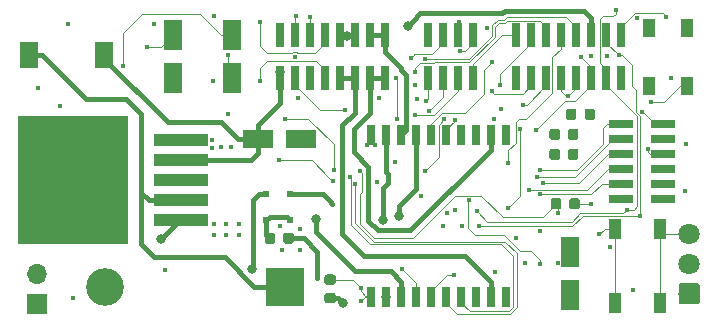
<source format=gbr>
G04 #@! TF.GenerationSoftware,KiCad,Pcbnew,5.1.0*
G04 #@! TF.CreationDate,2019-04-01T22:05:57-06:00*
G04 #@! TF.ProjectId,minisumo-FreeRTOS,6d696e69-7375-46d6-9f2d-467265655254,rev?*
G04 #@! TF.SameCoordinates,Original*
G04 #@! TF.FileFunction,Copper,L1,Top*
G04 #@! TF.FilePolarity,Positive*
%FSLAX46Y46*%
G04 Gerber Fmt 4.6, Leading zero omitted, Abs format (unit mm)*
G04 Created by KiCad (PCBNEW 5.1.0) date 2019-04-01 22:05:57*
%MOMM*%
%LPD*%
G04 APERTURE LIST*
%ADD10R,1.500000X2.200000*%
%ADD11R,4.600000X1.100000*%
%ADD12R,9.400000X10.800000*%
%ADD13R,0.700000X1.700000*%
%ADD14R,2.600000X1.600000*%
%ADD15C,0.100000*%
%ADD16C,0.875000*%
%ADD17R,1.600000X2.600000*%
%ADD18R,3.200000X3.200000*%
%ADD19O,3.200000X3.200000*%
%ADD20R,0.500000X0.500000*%
%ADD21R,1.000000X1.500000*%
%ADD22R,0.750000X2.100000*%
%ADD23R,2.100000X0.750000*%
%ADD24R,1.000000X1.700000*%
%ADD25C,1.800000*%
%ADD26R,1.700000X1.700000*%
%ADD27O,1.700000X1.700000*%
%ADD28C,0.800000*%
%ADD29C,0.450000*%
%ADD30C,0.400000*%
G04 APERTURE END LIST*
D10*
X117700000Y-88400000D03*
X111300000Y-88400000D03*
D11*
X124150000Y-102400000D03*
X124150000Y-100700000D03*
X124150000Y-99000000D03*
X124150000Y-97300000D03*
X124150000Y-95600000D03*
D12*
X115000000Y-99000000D03*
D13*
X140285000Y-95150000D03*
X141555000Y-95150000D03*
X142825000Y-95150000D03*
X144095000Y-95150000D03*
X145365000Y-95150000D03*
X146635000Y-95150000D03*
X147905000Y-95150000D03*
X149175000Y-95150000D03*
X150445000Y-95150000D03*
X151715000Y-95150000D03*
X151715000Y-108850000D03*
X150445000Y-108850000D03*
X149175000Y-108850000D03*
X147905000Y-108850000D03*
X146635000Y-108850000D03*
X145365000Y-108850000D03*
X144095000Y-108850000D03*
X142825000Y-108850000D03*
X141555000Y-108850000D03*
X140285000Y-108850000D03*
D14*
X130700000Y-95500000D03*
X134300000Y-95500000D03*
D15*
G36*
X157627691Y-94626053D02*
G01*
X157648926Y-94629203D01*
X157669750Y-94634419D01*
X157689962Y-94641651D01*
X157709368Y-94650830D01*
X157727781Y-94661866D01*
X157745024Y-94674654D01*
X157760930Y-94689070D01*
X157775346Y-94704976D01*
X157788134Y-94722219D01*
X157799170Y-94740632D01*
X157808349Y-94760038D01*
X157815581Y-94780250D01*
X157820797Y-94801074D01*
X157823947Y-94822309D01*
X157825000Y-94843750D01*
X157825000Y-95356250D01*
X157823947Y-95377691D01*
X157820797Y-95398926D01*
X157815581Y-95419750D01*
X157808349Y-95439962D01*
X157799170Y-95459368D01*
X157788134Y-95477781D01*
X157775346Y-95495024D01*
X157760930Y-95510930D01*
X157745024Y-95525346D01*
X157727781Y-95538134D01*
X157709368Y-95549170D01*
X157689962Y-95558349D01*
X157669750Y-95565581D01*
X157648926Y-95570797D01*
X157627691Y-95573947D01*
X157606250Y-95575000D01*
X157168750Y-95575000D01*
X157147309Y-95573947D01*
X157126074Y-95570797D01*
X157105250Y-95565581D01*
X157085038Y-95558349D01*
X157065632Y-95549170D01*
X157047219Y-95538134D01*
X157029976Y-95525346D01*
X157014070Y-95510930D01*
X156999654Y-95495024D01*
X156986866Y-95477781D01*
X156975830Y-95459368D01*
X156966651Y-95439962D01*
X156959419Y-95419750D01*
X156954203Y-95398926D01*
X156951053Y-95377691D01*
X156950000Y-95356250D01*
X156950000Y-94843750D01*
X156951053Y-94822309D01*
X156954203Y-94801074D01*
X156959419Y-94780250D01*
X156966651Y-94760038D01*
X156975830Y-94740632D01*
X156986866Y-94722219D01*
X156999654Y-94704976D01*
X157014070Y-94689070D01*
X157029976Y-94674654D01*
X157047219Y-94661866D01*
X157065632Y-94650830D01*
X157085038Y-94641651D01*
X157105250Y-94634419D01*
X157126074Y-94629203D01*
X157147309Y-94626053D01*
X157168750Y-94625000D01*
X157606250Y-94625000D01*
X157627691Y-94626053D01*
X157627691Y-94626053D01*
G37*
D16*
X157387500Y-95100000D03*
D15*
G36*
X156052691Y-94626053D02*
G01*
X156073926Y-94629203D01*
X156094750Y-94634419D01*
X156114962Y-94641651D01*
X156134368Y-94650830D01*
X156152781Y-94661866D01*
X156170024Y-94674654D01*
X156185930Y-94689070D01*
X156200346Y-94704976D01*
X156213134Y-94722219D01*
X156224170Y-94740632D01*
X156233349Y-94760038D01*
X156240581Y-94780250D01*
X156245797Y-94801074D01*
X156248947Y-94822309D01*
X156250000Y-94843750D01*
X156250000Y-95356250D01*
X156248947Y-95377691D01*
X156245797Y-95398926D01*
X156240581Y-95419750D01*
X156233349Y-95439962D01*
X156224170Y-95459368D01*
X156213134Y-95477781D01*
X156200346Y-95495024D01*
X156185930Y-95510930D01*
X156170024Y-95525346D01*
X156152781Y-95538134D01*
X156134368Y-95549170D01*
X156114962Y-95558349D01*
X156094750Y-95565581D01*
X156073926Y-95570797D01*
X156052691Y-95573947D01*
X156031250Y-95575000D01*
X155593750Y-95575000D01*
X155572309Y-95573947D01*
X155551074Y-95570797D01*
X155530250Y-95565581D01*
X155510038Y-95558349D01*
X155490632Y-95549170D01*
X155472219Y-95538134D01*
X155454976Y-95525346D01*
X155439070Y-95510930D01*
X155424654Y-95495024D01*
X155411866Y-95477781D01*
X155400830Y-95459368D01*
X155391651Y-95439962D01*
X155384419Y-95419750D01*
X155379203Y-95398926D01*
X155376053Y-95377691D01*
X155375000Y-95356250D01*
X155375000Y-94843750D01*
X155376053Y-94822309D01*
X155379203Y-94801074D01*
X155384419Y-94780250D01*
X155391651Y-94760038D01*
X155400830Y-94740632D01*
X155411866Y-94722219D01*
X155424654Y-94704976D01*
X155439070Y-94689070D01*
X155454976Y-94674654D01*
X155472219Y-94661866D01*
X155490632Y-94650830D01*
X155510038Y-94641651D01*
X155530250Y-94634419D01*
X155551074Y-94629203D01*
X155572309Y-94626053D01*
X155593750Y-94625000D01*
X156031250Y-94625000D01*
X156052691Y-94626053D01*
X156052691Y-94626053D01*
G37*
D16*
X155812500Y-95100000D03*
D15*
G36*
X156052691Y-96326053D02*
G01*
X156073926Y-96329203D01*
X156094750Y-96334419D01*
X156114962Y-96341651D01*
X156134368Y-96350830D01*
X156152781Y-96361866D01*
X156170024Y-96374654D01*
X156185930Y-96389070D01*
X156200346Y-96404976D01*
X156213134Y-96422219D01*
X156224170Y-96440632D01*
X156233349Y-96460038D01*
X156240581Y-96480250D01*
X156245797Y-96501074D01*
X156248947Y-96522309D01*
X156250000Y-96543750D01*
X156250000Y-97056250D01*
X156248947Y-97077691D01*
X156245797Y-97098926D01*
X156240581Y-97119750D01*
X156233349Y-97139962D01*
X156224170Y-97159368D01*
X156213134Y-97177781D01*
X156200346Y-97195024D01*
X156185930Y-97210930D01*
X156170024Y-97225346D01*
X156152781Y-97238134D01*
X156134368Y-97249170D01*
X156114962Y-97258349D01*
X156094750Y-97265581D01*
X156073926Y-97270797D01*
X156052691Y-97273947D01*
X156031250Y-97275000D01*
X155593750Y-97275000D01*
X155572309Y-97273947D01*
X155551074Y-97270797D01*
X155530250Y-97265581D01*
X155510038Y-97258349D01*
X155490632Y-97249170D01*
X155472219Y-97238134D01*
X155454976Y-97225346D01*
X155439070Y-97210930D01*
X155424654Y-97195024D01*
X155411866Y-97177781D01*
X155400830Y-97159368D01*
X155391651Y-97139962D01*
X155384419Y-97119750D01*
X155379203Y-97098926D01*
X155376053Y-97077691D01*
X155375000Y-97056250D01*
X155375000Y-96543750D01*
X155376053Y-96522309D01*
X155379203Y-96501074D01*
X155384419Y-96480250D01*
X155391651Y-96460038D01*
X155400830Y-96440632D01*
X155411866Y-96422219D01*
X155424654Y-96404976D01*
X155439070Y-96389070D01*
X155454976Y-96374654D01*
X155472219Y-96361866D01*
X155490632Y-96350830D01*
X155510038Y-96341651D01*
X155530250Y-96334419D01*
X155551074Y-96329203D01*
X155572309Y-96326053D01*
X155593750Y-96325000D01*
X156031250Y-96325000D01*
X156052691Y-96326053D01*
X156052691Y-96326053D01*
G37*
D16*
X155812500Y-96800000D03*
D15*
G36*
X157627691Y-96326053D02*
G01*
X157648926Y-96329203D01*
X157669750Y-96334419D01*
X157689962Y-96341651D01*
X157709368Y-96350830D01*
X157727781Y-96361866D01*
X157745024Y-96374654D01*
X157760930Y-96389070D01*
X157775346Y-96404976D01*
X157788134Y-96422219D01*
X157799170Y-96440632D01*
X157808349Y-96460038D01*
X157815581Y-96480250D01*
X157820797Y-96501074D01*
X157823947Y-96522309D01*
X157825000Y-96543750D01*
X157825000Y-97056250D01*
X157823947Y-97077691D01*
X157820797Y-97098926D01*
X157815581Y-97119750D01*
X157808349Y-97139962D01*
X157799170Y-97159368D01*
X157788134Y-97177781D01*
X157775346Y-97195024D01*
X157760930Y-97210930D01*
X157745024Y-97225346D01*
X157727781Y-97238134D01*
X157709368Y-97249170D01*
X157689962Y-97258349D01*
X157669750Y-97265581D01*
X157648926Y-97270797D01*
X157627691Y-97273947D01*
X157606250Y-97275000D01*
X157168750Y-97275000D01*
X157147309Y-97273947D01*
X157126074Y-97270797D01*
X157105250Y-97265581D01*
X157085038Y-97258349D01*
X157065632Y-97249170D01*
X157047219Y-97238134D01*
X157029976Y-97225346D01*
X157014070Y-97210930D01*
X156999654Y-97195024D01*
X156986866Y-97177781D01*
X156975830Y-97159368D01*
X156966651Y-97139962D01*
X156959419Y-97119750D01*
X156954203Y-97098926D01*
X156951053Y-97077691D01*
X156950000Y-97056250D01*
X156950000Y-96543750D01*
X156951053Y-96522309D01*
X156954203Y-96501074D01*
X156959419Y-96480250D01*
X156966651Y-96460038D01*
X156975830Y-96440632D01*
X156986866Y-96422219D01*
X156999654Y-96404976D01*
X157014070Y-96389070D01*
X157029976Y-96374654D01*
X157047219Y-96361866D01*
X157065632Y-96350830D01*
X157085038Y-96341651D01*
X157105250Y-96334419D01*
X157126074Y-96329203D01*
X157147309Y-96326053D01*
X157168750Y-96325000D01*
X157606250Y-96325000D01*
X157627691Y-96326053D01*
X157627691Y-96326053D01*
G37*
D16*
X157387500Y-96800000D03*
D15*
G36*
X157452691Y-92926053D02*
G01*
X157473926Y-92929203D01*
X157494750Y-92934419D01*
X157514962Y-92941651D01*
X157534368Y-92950830D01*
X157552781Y-92961866D01*
X157570024Y-92974654D01*
X157585930Y-92989070D01*
X157600346Y-93004976D01*
X157613134Y-93022219D01*
X157624170Y-93040632D01*
X157633349Y-93060038D01*
X157640581Y-93080250D01*
X157645797Y-93101074D01*
X157648947Y-93122309D01*
X157650000Y-93143750D01*
X157650000Y-93656250D01*
X157648947Y-93677691D01*
X157645797Y-93698926D01*
X157640581Y-93719750D01*
X157633349Y-93739962D01*
X157624170Y-93759368D01*
X157613134Y-93777781D01*
X157600346Y-93795024D01*
X157585930Y-93810930D01*
X157570024Y-93825346D01*
X157552781Y-93838134D01*
X157534368Y-93849170D01*
X157514962Y-93858349D01*
X157494750Y-93865581D01*
X157473926Y-93870797D01*
X157452691Y-93873947D01*
X157431250Y-93875000D01*
X156993750Y-93875000D01*
X156972309Y-93873947D01*
X156951074Y-93870797D01*
X156930250Y-93865581D01*
X156910038Y-93858349D01*
X156890632Y-93849170D01*
X156872219Y-93838134D01*
X156854976Y-93825346D01*
X156839070Y-93810930D01*
X156824654Y-93795024D01*
X156811866Y-93777781D01*
X156800830Y-93759368D01*
X156791651Y-93739962D01*
X156784419Y-93719750D01*
X156779203Y-93698926D01*
X156776053Y-93677691D01*
X156775000Y-93656250D01*
X156775000Y-93143750D01*
X156776053Y-93122309D01*
X156779203Y-93101074D01*
X156784419Y-93080250D01*
X156791651Y-93060038D01*
X156800830Y-93040632D01*
X156811866Y-93022219D01*
X156824654Y-93004976D01*
X156839070Y-92989070D01*
X156854976Y-92974654D01*
X156872219Y-92961866D01*
X156890632Y-92950830D01*
X156910038Y-92941651D01*
X156930250Y-92934419D01*
X156951074Y-92929203D01*
X156972309Y-92926053D01*
X156993750Y-92925000D01*
X157431250Y-92925000D01*
X157452691Y-92926053D01*
X157452691Y-92926053D01*
G37*
D16*
X157212500Y-93400000D03*
D15*
G36*
X159027691Y-92926053D02*
G01*
X159048926Y-92929203D01*
X159069750Y-92934419D01*
X159089962Y-92941651D01*
X159109368Y-92950830D01*
X159127781Y-92961866D01*
X159145024Y-92974654D01*
X159160930Y-92989070D01*
X159175346Y-93004976D01*
X159188134Y-93022219D01*
X159199170Y-93040632D01*
X159208349Y-93060038D01*
X159215581Y-93080250D01*
X159220797Y-93101074D01*
X159223947Y-93122309D01*
X159225000Y-93143750D01*
X159225000Y-93656250D01*
X159223947Y-93677691D01*
X159220797Y-93698926D01*
X159215581Y-93719750D01*
X159208349Y-93739962D01*
X159199170Y-93759368D01*
X159188134Y-93777781D01*
X159175346Y-93795024D01*
X159160930Y-93810930D01*
X159145024Y-93825346D01*
X159127781Y-93838134D01*
X159109368Y-93849170D01*
X159089962Y-93858349D01*
X159069750Y-93865581D01*
X159048926Y-93870797D01*
X159027691Y-93873947D01*
X159006250Y-93875000D01*
X158568750Y-93875000D01*
X158547309Y-93873947D01*
X158526074Y-93870797D01*
X158505250Y-93865581D01*
X158485038Y-93858349D01*
X158465632Y-93849170D01*
X158447219Y-93838134D01*
X158429976Y-93825346D01*
X158414070Y-93810930D01*
X158399654Y-93795024D01*
X158386866Y-93777781D01*
X158375830Y-93759368D01*
X158366651Y-93739962D01*
X158359419Y-93719750D01*
X158354203Y-93698926D01*
X158351053Y-93677691D01*
X158350000Y-93656250D01*
X158350000Y-93143750D01*
X158351053Y-93122309D01*
X158354203Y-93101074D01*
X158359419Y-93080250D01*
X158366651Y-93060038D01*
X158375830Y-93040632D01*
X158386866Y-93022219D01*
X158399654Y-93004976D01*
X158414070Y-92989070D01*
X158429976Y-92974654D01*
X158447219Y-92961866D01*
X158465632Y-92950830D01*
X158485038Y-92941651D01*
X158505250Y-92934419D01*
X158526074Y-92929203D01*
X158547309Y-92926053D01*
X158568750Y-92925000D01*
X159006250Y-92925000D01*
X159027691Y-92926053D01*
X159027691Y-92926053D01*
G37*
D16*
X158787500Y-93400000D03*
D15*
G36*
X137077691Y-106976053D02*
G01*
X137098926Y-106979203D01*
X137119750Y-106984419D01*
X137139962Y-106991651D01*
X137159368Y-107000830D01*
X137177781Y-107011866D01*
X137195024Y-107024654D01*
X137210930Y-107039070D01*
X137225346Y-107054976D01*
X137238134Y-107072219D01*
X137249170Y-107090632D01*
X137258349Y-107110038D01*
X137265581Y-107130250D01*
X137270797Y-107151074D01*
X137273947Y-107172309D01*
X137275000Y-107193750D01*
X137275000Y-107631250D01*
X137273947Y-107652691D01*
X137270797Y-107673926D01*
X137265581Y-107694750D01*
X137258349Y-107714962D01*
X137249170Y-107734368D01*
X137238134Y-107752781D01*
X137225346Y-107770024D01*
X137210930Y-107785930D01*
X137195024Y-107800346D01*
X137177781Y-107813134D01*
X137159368Y-107824170D01*
X137139962Y-107833349D01*
X137119750Y-107840581D01*
X137098926Y-107845797D01*
X137077691Y-107848947D01*
X137056250Y-107850000D01*
X136543750Y-107850000D01*
X136522309Y-107848947D01*
X136501074Y-107845797D01*
X136480250Y-107840581D01*
X136460038Y-107833349D01*
X136440632Y-107824170D01*
X136422219Y-107813134D01*
X136404976Y-107800346D01*
X136389070Y-107785930D01*
X136374654Y-107770024D01*
X136361866Y-107752781D01*
X136350830Y-107734368D01*
X136341651Y-107714962D01*
X136334419Y-107694750D01*
X136329203Y-107673926D01*
X136326053Y-107652691D01*
X136325000Y-107631250D01*
X136325000Y-107193750D01*
X136326053Y-107172309D01*
X136329203Y-107151074D01*
X136334419Y-107130250D01*
X136341651Y-107110038D01*
X136350830Y-107090632D01*
X136361866Y-107072219D01*
X136374654Y-107054976D01*
X136389070Y-107039070D01*
X136404976Y-107024654D01*
X136422219Y-107011866D01*
X136440632Y-107000830D01*
X136460038Y-106991651D01*
X136480250Y-106984419D01*
X136501074Y-106979203D01*
X136522309Y-106976053D01*
X136543750Y-106975000D01*
X137056250Y-106975000D01*
X137077691Y-106976053D01*
X137077691Y-106976053D01*
G37*
D16*
X136800000Y-107412500D03*
D15*
G36*
X137077691Y-108551053D02*
G01*
X137098926Y-108554203D01*
X137119750Y-108559419D01*
X137139962Y-108566651D01*
X137159368Y-108575830D01*
X137177781Y-108586866D01*
X137195024Y-108599654D01*
X137210930Y-108614070D01*
X137225346Y-108629976D01*
X137238134Y-108647219D01*
X137249170Y-108665632D01*
X137258349Y-108685038D01*
X137265581Y-108705250D01*
X137270797Y-108726074D01*
X137273947Y-108747309D01*
X137275000Y-108768750D01*
X137275000Y-109206250D01*
X137273947Y-109227691D01*
X137270797Y-109248926D01*
X137265581Y-109269750D01*
X137258349Y-109289962D01*
X137249170Y-109309368D01*
X137238134Y-109327781D01*
X137225346Y-109345024D01*
X137210930Y-109360930D01*
X137195024Y-109375346D01*
X137177781Y-109388134D01*
X137159368Y-109399170D01*
X137139962Y-109408349D01*
X137119750Y-109415581D01*
X137098926Y-109420797D01*
X137077691Y-109423947D01*
X137056250Y-109425000D01*
X136543750Y-109425000D01*
X136522309Y-109423947D01*
X136501074Y-109420797D01*
X136480250Y-109415581D01*
X136460038Y-109408349D01*
X136440632Y-109399170D01*
X136422219Y-109388134D01*
X136404976Y-109375346D01*
X136389070Y-109360930D01*
X136374654Y-109345024D01*
X136361866Y-109327781D01*
X136350830Y-109309368D01*
X136341651Y-109289962D01*
X136334419Y-109269750D01*
X136329203Y-109248926D01*
X136326053Y-109227691D01*
X136325000Y-109206250D01*
X136325000Y-108768750D01*
X136326053Y-108747309D01*
X136329203Y-108726074D01*
X136334419Y-108705250D01*
X136341651Y-108685038D01*
X136350830Y-108665632D01*
X136361866Y-108647219D01*
X136374654Y-108629976D01*
X136389070Y-108614070D01*
X136404976Y-108599654D01*
X136422219Y-108586866D01*
X136440632Y-108575830D01*
X136460038Y-108566651D01*
X136480250Y-108559419D01*
X136501074Y-108554203D01*
X136522309Y-108551053D01*
X136543750Y-108550000D01*
X137056250Y-108550000D01*
X137077691Y-108551053D01*
X137077691Y-108551053D01*
G37*
D16*
X136800000Y-108987500D03*
D17*
X157100000Y-108700000D03*
X157100000Y-105100000D03*
D18*
X133000000Y-108000000D03*
D19*
X117760000Y-108000000D03*
D20*
X131400000Y-102400000D03*
X131400000Y-100200000D03*
X133400000Y-102400000D03*
X133400000Y-100200000D03*
D21*
X163800000Y-91050000D03*
X167000000Y-91050000D03*
X163800000Y-86150000D03*
X167000000Y-86150000D03*
D22*
X148905000Y-90300000D03*
X148905000Y-86700000D03*
X147635000Y-90300000D03*
X147635000Y-86700000D03*
X146365000Y-90300000D03*
X146365000Y-86700000D03*
X145095000Y-90300000D03*
X145095000Y-86700000D03*
D23*
X161400000Y-100575000D03*
X165000000Y-100575000D03*
X161400000Y-99305000D03*
X165000000Y-99305000D03*
X161400000Y-98035000D03*
X165000000Y-98035000D03*
X161400000Y-96765000D03*
X165000000Y-96765000D03*
X161400000Y-95495000D03*
X165000000Y-95495000D03*
X161400000Y-94225000D03*
X165000000Y-94225000D03*
D22*
X141445000Y-90300000D03*
X141445000Y-86700000D03*
X140175000Y-90300000D03*
X140175000Y-86700000D03*
X138905000Y-90300000D03*
X138905000Y-86700000D03*
X137635000Y-90300000D03*
X137635000Y-86700000D03*
X136365000Y-90300000D03*
X136365000Y-86700000D03*
X135095000Y-90300000D03*
X135095000Y-86700000D03*
X133825000Y-90300000D03*
X133825000Y-86700000D03*
X132555000Y-90300000D03*
X132555000Y-86700000D03*
D15*
G36*
X133515191Y-103426053D02*
G01*
X133536426Y-103429203D01*
X133557250Y-103434419D01*
X133577462Y-103441651D01*
X133596868Y-103450830D01*
X133615281Y-103461866D01*
X133632524Y-103474654D01*
X133648430Y-103489070D01*
X133662846Y-103504976D01*
X133675634Y-103522219D01*
X133686670Y-103540632D01*
X133695849Y-103560038D01*
X133703081Y-103580250D01*
X133708297Y-103601074D01*
X133711447Y-103622309D01*
X133712500Y-103643750D01*
X133712500Y-104156250D01*
X133711447Y-104177691D01*
X133708297Y-104198926D01*
X133703081Y-104219750D01*
X133695849Y-104239962D01*
X133686670Y-104259368D01*
X133675634Y-104277781D01*
X133662846Y-104295024D01*
X133648430Y-104310930D01*
X133632524Y-104325346D01*
X133615281Y-104338134D01*
X133596868Y-104349170D01*
X133577462Y-104358349D01*
X133557250Y-104365581D01*
X133536426Y-104370797D01*
X133515191Y-104373947D01*
X133493750Y-104375000D01*
X133056250Y-104375000D01*
X133034809Y-104373947D01*
X133013574Y-104370797D01*
X132992750Y-104365581D01*
X132972538Y-104358349D01*
X132953132Y-104349170D01*
X132934719Y-104338134D01*
X132917476Y-104325346D01*
X132901570Y-104310930D01*
X132887154Y-104295024D01*
X132874366Y-104277781D01*
X132863330Y-104259368D01*
X132854151Y-104239962D01*
X132846919Y-104219750D01*
X132841703Y-104198926D01*
X132838553Y-104177691D01*
X132837500Y-104156250D01*
X132837500Y-103643750D01*
X132838553Y-103622309D01*
X132841703Y-103601074D01*
X132846919Y-103580250D01*
X132854151Y-103560038D01*
X132863330Y-103540632D01*
X132874366Y-103522219D01*
X132887154Y-103504976D01*
X132901570Y-103489070D01*
X132917476Y-103474654D01*
X132934719Y-103461866D01*
X132953132Y-103450830D01*
X132972538Y-103441651D01*
X132992750Y-103434419D01*
X133013574Y-103429203D01*
X133034809Y-103426053D01*
X133056250Y-103425000D01*
X133493750Y-103425000D01*
X133515191Y-103426053D01*
X133515191Y-103426053D01*
G37*
D16*
X133275000Y-103900000D03*
D15*
G36*
X131940191Y-103426053D02*
G01*
X131961426Y-103429203D01*
X131982250Y-103434419D01*
X132002462Y-103441651D01*
X132021868Y-103450830D01*
X132040281Y-103461866D01*
X132057524Y-103474654D01*
X132073430Y-103489070D01*
X132087846Y-103504976D01*
X132100634Y-103522219D01*
X132111670Y-103540632D01*
X132120849Y-103560038D01*
X132128081Y-103580250D01*
X132133297Y-103601074D01*
X132136447Y-103622309D01*
X132137500Y-103643750D01*
X132137500Y-104156250D01*
X132136447Y-104177691D01*
X132133297Y-104198926D01*
X132128081Y-104219750D01*
X132120849Y-104239962D01*
X132111670Y-104259368D01*
X132100634Y-104277781D01*
X132087846Y-104295024D01*
X132073430Y-104310930D01*
X132057524Y-104325346D01*
X132040281Y-104338134D01*
X132021868Y-104349170D01*
X132002462Y-104358349D01*
X131982250Y-104365581D01*
X131961426Y-104370797D01*
X131940191Y-104373947D01*
X131918750Y-104375000D01*
X131481250Y-104375000D01*
X131459809Y-104373947D01*
X131438574Y-104370797D01*
X131417750Y-104365581D01*
X131397538Y-104358349D01*
X131378132Y-104349170D01*
X131359719Y-104338134D01*
X131342476Y-104325346D01*
X131326570Y-104310930D01*
X131312154Y-104295024D01*
X131299366Y-104277781D01*
X131288330Y-104259368D01*
X131279151Y-104239962D01*
X131271919Y-104219750D01*
X131266703Y-104198926D01*
X131263553Y-104177691D01*
X131262500Y-104156250D01*
X131262500Y-103643750D01*
X131263553Y-103622309D01*
X131266703Y-103601074D01*
X131271919Y-103580250D01*
X131279151Y-103560038D01*
X131288330Y-103540632D01*
X131299366Y-103522219D01*
X131312154Y-103504976D01*
X131326570Y-103489070D01*
X131342476Y-103474654D01*
X131359719Y-103461866D01*
X131378132Y-103450830D01*
X131397538Y-103441651D01*
X131417750Y-103434419D01*
X131438574Y-103429203D01*
X131459809Y-103426053D01*
X131481250Y-103425000D01*
X131918750Y-103425000D01*
X131940191Y-103426053D01*
X131940191Y-103426053D01*
G37*
D16*
X131700000Y-103900000D03*
D15*
G36*
X156165191Y-100526053D02*
G01*
X156186426Y-100529203D01*
X156207250Y-100534419D01*
X156227462Y-100541651D01*
X156246868Y-100550830D01*
X156265281Y-100561866D01*
X156282524Y-100574654D01*
X156298430Y-100589070D01*
X156312846Y-100604976D01*
X156325634Y-100622219D01*
X156336670Y-100640632D01*
X156345849Y-100660038D01*
X156353081Y-100680250D01*
X156358297Y-100701074D01*
X156361447Y-100722309D01*
X156362500Y-100743750D01*
X156362500Y-101256250D01*
X156361447Y-101277691D01*
X156358297Y-101298926D01*
X156353081Y-101319750D01*
X156345849Y-101339962D01*
X156336670Y-101359368D01*
X156325634Y-101377781D01*
X156312846Y-101395024D01*
X156298430Y-101410930D01*
X156282524Y-101425346D01*
X156265281Y-101438134D01*
X156246868Y-101449170D01*
X156227462Y-101458349D01*
X156207250Y-101465581D01*
X156186426Y-101470797D01*
X156165191Y-101473947D01*
X156143750Y-101475000D01*
X155706250Y-101475000D01*
X155684809Y-101473947D01*
X155663574Y-101470797D01*
X155642750Y-101465581D01*
X155622538Y-101458349D01*
X155603132Y-101449170D01*
X155584719Y-101438134D01*
X155567476Y-101425346D01*
X155551570Y-101410930D01*
X155537154Y-101395024D01*
X155524366Y-101377781D01*
X155513330Y-101359368D01*
X155504151Y-101339962D01*
X155496919Y-101319750D01*
X155491703Y-101298926D01*
X155488553Y-101277691D01*
X155487500Y-101256250D01*
X155487500Y-100743750D01*
X155488553Y-100722309D01*
X155491703Y-100701074D01*
X155496919Y-100680250D01*
X155504151Y-100660038D01*
X155513330Y-100640632D01*
X155524366Y-100622219D01*
X155537154Y-100604976D01*
X155551570Y-100589070D01*
X155567476Y-100574654D01*
X155584719Y-100561866D01*
X155603132Y-100550830D01*
X155622538Y-100541651D01*
X155642750Y-100534419D01*
X155663574Y-100529203D01*
X155684809Y-100526053D01*
X155706250Y-100525000D01*
X156143750Y-100525000D01*
X156165191Y-100526053D01*
X156165191Y-100526053D01*
G37*
D16*
X155925000Y-101000000D03*
D15*
G36*
X157740191Y-100526053D02*
G01*
X157761426Y-100529203D01*
X157782250Y-100534419D01*
X157802462Y-100541651D01*
X157821868Y-100550830D01*
X157840281Y-100561866D01*
X157857524Y-100574654D01*
X157873430Y-100589070D01*
X157887846Y-100604976D01*
X157900634Y-100622219D01*
X157911670Y-100640632D01*
X157920849Y-100660038D01*
X157928081Y-100680250D01*
X157933297Y-100701074D01*
X157936447Y-100722309D01*
X157937500Y-100743750D01*
X157937500Y-101256250D01*
X157936447Y-101277691D01*
X157933297Y-101298926D01*
X157928081Y-101319750D01*
X157920849Y-101339962D01*
X157911670Y-101359368D01*
X157900634Y-101377781D01*
X157887846Y-101395024D01*
X157873430Y-101410930D01*
X157857524Y-101425346D01*
X157840281Y-101438134D01*
X157821868Y-101449170D01*
X157802462Y-101458349D01*
X157782250Y-101465581D01*
X157761426Y-101470797D01*
X157740191Y-101473947D01*
X157718750Y-101475000D01*
X157281250Y-101475000D01*
X157259809Y-101473947D01*
X157238574Y-101470797D01*
X157217750Y-101465581D01*
X157197538Y-101458349D01*
X157178132Y-101449170D01*
X157159719Y-101438134D01*
X157142476Y-101425346D01*
X157126570Y-101410930D01*
X157112154Y-101395024D01*
X157099366Y-101377781D01*
X157088330Y-101359368D01*
X157079151Y-101339962D01*
X157071919Y-101319750D01*
X157066703Y-101298926D01*
X157063553Y-101277691D01*
X157062500Y-101256250D01*
X157062500Y-100743750D01*
X157063553Y-100722309D01*
X157066703Y-100701074D01*
X157071919Y-100680250D01*
X157079151Y-100660038D01*
X157088330Y-100640632D01*
X157099366Y-100622219D01*
X157112154Y-100604976D01*
X157126570Y-100589070D01*
X157142476Y-100574654D01*
X157159719Y-100561866D01*
X157178132Y-100550830D01*
X157197538Y-100541651D01*
X157217750Y-100534419D01*
X157238574Y-100529203D01*
X157259809Y-100526053D01*
X157281250Y-100525000D01*
X157718750Y-100525000D01*
X157740191Y-100526053D01*
X157740191Y-100526053D01*
G37*
D16*
X157500000Y-101000000D03*
D24*
X164700000Y-103100000D03*
X164700000Y-109400000D03*
X160900000Y-103100000D03*
X160900000Y-109400000D03*
D15*
G36*
X167874324Y-107701205D02*
G01*
X167898612Y-107704808D01*
X167922429Y-107710774D01*
X167945547Y-107719045D01*
X167967743Y-107729543D01*
X167988804Y-107742166D01*
X168008525Y-107756793D01*
X168026718Y-107773282D01*
X168043207Y-107791475D01*
X168057834Y-107811196D01*
X168070457Y-107832257D01*
X168080955Y-107854453D01*
X168089226Y-107877571D01*
X168095192Y-107901388D01*
X168098795Y-107925676D01*
X168100000Y-107950200D01*
X168100000Y-109249800D01*
X168098795Y-109274324D01*
X168095192Y-109298612D01*
X168089226Y-109322429D01*
X168080955Y-109345547D01*
X168070457Y-109367743D01*
X168057834Y-109388804D01*
X168043207Y-109408525D01*
X168026718Y-109426718D01*
X168008525Y-109443207D01*
X167988804Y-109457834D01*
X167967743Y-109470457D01*
X167945547Y-109480955D01*
X167922429Y-109489226D01*
X167898612Y-109495192D01*
X167874324Y-109498795D01*
X167849800Y-109500000D01*
X166550200Y-109500000D01*
X166525676Y-109498795D01*
X166501388Y-109495192D01*
X166477571Y-109489226D01*
X166454453Y-109480955D01*
X166432257Y-109470457D01*
X166411196Y-109457834D01*
X166391475Y-109443207D01*
X166373282Y-109426718D01*
X166356793Y-109408525D01*
X166342166Y-109388804D01*
X166329543Y-109367743D01*
X166319045Y-109345547D01*
X166310774Y-109322429D01*
X166304808Y-109298612D01*
X166301205Y-109274324D01*
X166300000Y-109249800D01*
X166300000Y-107950200D01*
X166301205Y-107925676D01*
X166304808Y-107901388D01*
X166310774Y-107877571D01*
X166319045Y-107854453D01*
X166329543Y-107832257D01*
X166342166Y-107811196D01*
X166356793Y-107791475D01*
X166373282Y-107773282D01*
X166391475Y-107756793D01*
X166411196Y-107742166D01*
X166432257Y-107729543D01*
X166454453Y-107719045D01*
X166477571Y-107710774D01*
X166501388Y-107704808D01*
X166525676Y-107701205D01*
X166550200Y-107700000D01*
X167849800Y-107700000D01*
X167874324Y-107701205D01*
X167874324Y-107701205D01*
G37*
D25*
X167200000Y-108600000D03*
X167200000Y-106060000D03*
X167200000Y-103520000D03*
D22*
X152555000Y-86700000D03*
X152555000Y-90300000D03*
X153825000Y-86700000D03*
X153825000Y-90300000D03*
X155095000Y-86700000D03*
X155095000Y-90300000D03*
X156365000Y-86700000D03*
X156365000Y-90300000D03*
X157635000Y-86700000D03*
X157635000Y-90300000D03*
X158905000Y-86700000D03*
X158905000Y-90300000D03*
X160175000Y-86700000D03*
X160175000Y-90300000D03*
X161445000Y-86700000D03*
X161445000Y-90300000D03*
D26*
X112000000Y-109500000D03*
D27*
X112000000Y-106960000D03*
D17*
X123500000Y-90300000D03*
X123500000Y-86700000D03*
X128500000Y-90300000D03*
X128500000Y-86700000D03*
D28*
X141555000Y-108850000D03*
X137900000Y-109400000D03*
X130200000Y-106500000D03*
X141275144Y-102350021D03*
X157100000Y-108700000D03*
D29*
X111700000Y-96400000D03*
X122800000Y-106600000D03*
X115000000Y-109000000D03*
X132500000Y-86700000D03*
X135100000Y-85200000D03*
X119400000Y-94300000D03*
X118400000Y-94300000D03*
X117500000Y-94300000D03*
X116600000Y-94300000D03*
X125400000Y-99000000D03*
X124150000Y-99000000D03*
X122900000Y-99000000D03*
X118400000Y-95300000D03*
X117500000Y-95300000D03*
X119400000Y-95300000D03*
X116600000Y-95300000D03*
X117500000Y-97300000D03*
X119400000Y-97300000D03*
X118400000Y-96300000D03*
X117500000Y-96300000D03*
X119400000Y-96300000D03*
X116600000Y-97300000D03*
X116600000Y-96300000D03*
X118400000Y-97300000D03*
X114635000Y-85800000D03*
X128120000Y-88400000D03*
X128120000Y-93400000D03*
X119400000Y-97300000D03*
X119500000Y-98700000D03*
X126800000Y-95600000D03*
X126800000Y-96300000D03*
X139400000Y-108100000D03*
X139400000Y-109200000D03*
X145095000Y-86700000D03*
X140600000Y-96000000D03*
X139900000Y-96000000D03*
X144200000Y-92100000D03*
X149175000Y-108850000D03*
X151715000Y-108850000D03*
X151715000Y-95150000D03*
X151300000Y-93000000D03*
X150787500Y-106800000D03*
X134287500Y-103100000D03*
X152555000Y-90300000D03*
X149223368Y-95733270D03*
X147400000Y-101500000D03*
X163800000Y-91050000D03*
X140775021Y-99122975D03*
X165000000Y-100575000D03*
X147975000Y-102900000D03*
X157100000Y-105100000D03*
X157387500Y-96800000D03*
X157400000Y-95100000D03*
X158787500Y-93400000D03*
X134287500Y-104900000D03*
X157000000Y-104200000D03*
X156100000Y-106000000D03*
X134874990Y-95497468D03*
X113900000Y-92675000D03*
X166825000Y-99887500D03*
X150125000Y-86100000D03*
X156925000Y-91850000D03*
X165675000Y-90325000D03*
X165275000Y-85200000D03*
X158900000Y-88475000D03*
X162450000Y-108325000D03*
X158925000Y-100975000D03*
X160250000Y-88450000D03*
D28*
X130600000Y-95800000D03*
X143400000Y-85900000D03*
X132600000Y-89800000D03*
D29*
X142873135Y-106498454D03*
X135700000Y-107300000D03*
D28*
X142600000Y-102000000D03*
D29*
X136999837Y-100995883D03*
X127600000Y-96200000D03*
X128400000Y-96200000D03*
X129100000Y-102700000D03*
X128000000Y-102700000D03*
X127000000Y-102700000D03*
X135100000Y-90300000D03*
X112095000Y-91200000D03*
X121905000Y-85800000D03*
X127000000Y-85100000D03*
X126900000Y-90600000D03*
X134120000Y-92000000D03*
X133800000Y-88524989D03*
X129100000Y-103600000D03*
X127000000Y-103600000D03*
X128000000Y-103600000D03*
X148905000Y-90300000D03*
X144000000Y-90900000D03*
X150700000Y-93774998D03*
X146700000Y-101800000D03*
X132519166Y-102844398D03*
X161445000Y-90300000D03*
X142330201Y-97475010D03*
X144535730Y-100333924D03*
X167000000Y-86150000D03*
X161400000Y-100575000D03*
X146400000Y-102900000D03*
X155812500Y-96800000D03*
X155825000Y-95100000D03*
X157212500Y-93400000D03*
X132712500Y-104900000D03*
X152500000Y-103900000D03*
X153300000Y-106000000D03*
X147700000Y-85625000D03*
X166900000Y-95900000D03*
X162775000Y-85250000D03*
X160475000Y-104650000D03*
X147300000Y-107000000D03*
X150500000Y-89000000D03*
X164000000Y-92400000D03*
D28*
X135600000Y-102300000D03*
X138200000Y-86800010D03*
D29*
X138949978Y-99349284D03*
X138500000Y-98700000D03*
X147905000Y-95150000D03*
X147334827Y-93865173D03*
X151200000Y-90900000D03*
X150490904Y-91478751D03*
X144000000Y-89800000D03*
X153093387Y-92593409D03*
X151900000Y-97500000D03*
X144800000Y-88724979D03*
X154270243Y-94760102D03*
X158025000Y-88525000D03*
X149400000Y-102900000D03*
X163000000Y-102000000D03*
X161225000Y-88425000D03*
X149200000Y-101600000D03*
X161900000Y-101500000D03*
X160975000Y-84575000D03*
X142500000Y-93774998D03*
X147800000Y-88075002D03*
X142376234Y-90310768D03*
X143950011Y-93513112D03*
X145200000Y-93100000D03*
X146484827Y-93815173D03*
X144824990Y-98200000D03*
X143640856Y-88628799D03*
X144948960Y-92308078D03*
X154600000Y-100200000D03*
X164900000Y-99300000D03*
X153600000Y-99800000D03*
X164900000Y-98000000D03*
X154800000Y-99200000D03*
X163675010Y-96330265D03*
X154300000Y-98700000D03*
X164900000Y-95500000D03*
X154600000Y-98100000D03*
X163192478Y-93179274D03*
X130900000Y-90600000D03*
X130900000Y-85600000D03*
X138075010Y-93057781D03*
X133900000Y-85100000D03*
D28*
X122500000Y-104000000D03*
D29*
X159583660Y-103580860D03*
X156100000Y-101800000D03*
X139300000Y-98200000D03*
X151822678Y-101375010D03*
X152900000Y-94700000D03*
X154600000Y-106100000D03*
X148600000Y-100700000D03*
X140900000Y-92000000D03*
X154600000Y-103300000D03*
X122600000Y-95600000D03*
X123686389Y-89473186D03*
X121300000Y-87700000D03*
X119300000Y-89300000D03*
X133000000Y-93800000D03*
X137095778Y-98098424D03*
X132500000Y-97300000D03*
X137051654Y-99097129D03*
D30*
X136800000Y-108987500D02*
X137487500Y-108987500D01*
X137487500Y-108987500D02*
X137900000Y-109400000D01*
X130750000Y-100200000D02*
X130300000Y-100650000D01*
X131400000Y-100200000D02*
X130750000Y-100200000D01*
X130300000Y-106400000D02*
X130200000Y-106500000D01*
X130300000Y-100650000D02*
X130300000Y-106400000D01*
X141275144Y-99666489D02*
X141275144Y-101784336D01*
X141555000Y-98320133D02*
X141740249Y-98505382D01*
X141740249Y-98505382D02*
X141740249Y-99201384D01*
X141555000Y-95150000D02*
X141555000Y-98320133D01*
X141275144Y-101784336D02*
X141275144Y-102350021D01*
X141740249Y-99201384D02*
X141275144Y-99666489D01*
D15*
X135100000Y-86695000D02*
X135095000Y-86700000D01*
X135100000Y-85200000D02*
X135100000Y-86695000D01*
X128120000Y-89920000D02*
X128500000Y-90300000D01*
X128120000Y-88400000D02*
X128120000Y-89920000D01*
X139400000Y-108415000D02*
X139400000Y-108100000D01*
X139835000Y-108850000D02*
X139400000Y-108415000D01*
X140285000Y-108850000D02*
X139835000Y-108850000D01*
X139799999Y-108800001D02*
X140235001Y-108800001D01*
X140235001Y-108800001D02*
X140285000Y-108850000D01*
X139400000Y-109200000D02*
X139799999Y-108800001D01*
X138712500Y-107412500D02*
X139400000Y-108100000D01*
X136800000Y-107412500D02*
X138712500Y-107412500D01*
X149223368Y-95198368D02*
X149223368Y-95415072D01*
X149175000Y-95150000D02*
X149223368Y-95198368D01*
X149223368Y-95415072D02*
X149223368Y-95733270D01*
X156765000Y-91850000D02*
X156925000Y-91850000D01*
X156365000Y-91450000D02*
X156765000Y-91850000D01*
X156365000Y-90300000D02*
X156365000Y-91450000D01*
X157635000Y-90975000D02*
X157625000Y-90985000D01*
X157635000Y-90300000D02*
X157635000Y-90975000D01*
X157625000Y-91150000D02*
X156925000Y-91850000D01*
X157625000Y-90985000D02*
X157625000Y-91150000D01*
X161445000Y-86025000D02*
X162595000Y-84875000D01*
X161445000Y-86700000D02*
X161445000Y-86025000D01*
X164950000Y-84875000D02*
X165275000Y-85200000D01*
X162595000Y-84875000D02*
X164950000Y-84875000D01*
X157500000Y-101000000D02*
X158900000Y-101000000D01*
X158900000Y-101000000D02*
X158925000Y-100975000D01*
D30*
X130700000Y-96700000D02*
X130700000Y-95500000D01*
X130100000Y-97300000D02*
X130700000Y-96700000D01*
X124150000Y-97300000D02*
X130100000Y-97300000D01*
X130700000Y-95500000D02*
X130700000Y-94300000D01*
X132555000Y-92445000D02*
X132555000Y-90300000D01*
X130700000Y-94300000D02*
X132555000Y-92445000D01*
X143799999Y-85500001D02*
X143400000Y-85900000D01*
X158905000Y-86700000D02*
X158905000Y-85250000D01*
X144450011Y-84849989D02*
X143799999Y-85500001D01*
X151372178Y-84849989D02*
X144450011Y-84849989D01*
X158905000Y-85250000D02*
X158304989Y-84649989D01*
X151572178Y-84649989D02*
X151372178Y-84849989D01*
X158304989Y-84649989D02*
X151572178Y-84649989D01*
X129000000Y-95500000D02*
X130700000Y-95500000D01*
X123050000Y-94100000D02*
X127600000Y-94100000D01*
X117700000Y-88750000D02*
X123050000Y-94100000D01*
X127600000Y-94100000D02*
X129000000Y-95500000D01*
X117700000Y-88400000D02*
X117700000Y-88750000D01*
D15*
X144095000Y-108850000D02*
X144095000Y-107720319D01*
X144095000Y-107720319D02*
X143098134Y-106723453D01*
X143098134Y-106723453D02*
X142873135Y-106498454D01*
D30*
X133275000Y-103900000D02*
X134560502Y-103900000D01*
X134560502Y-103900000D02*
X135700000Y-105039498D01*
X135700000Y-106981802D02*
X135700000Y-107300000D01*
X135700000Y-105039498D02*
X135700000Y-106981802D01*
X136774838Y-100770884D02*
X136999837Y-100995883D01*
X136203954Y-100200000D02*
X136774838Y-100770884D01*
X133400000Y-100200000D02*
X136203954Y-100200000D01*
X144095000Y-99701652D02*
X144095000Y-96400000D01*
X142600000Y-101196652D02*
X144095000Y-99701652D01*
X142600000Y-102000000D02*
X142600000Y-101196652D01*
X144095000Y-96400000D02*
X144095000Y-95150000D01*
D15*
X147635000Y-86700000D02*
X147635000Y-85690000D01*
X147635000Y-85690000D02*
X147700000Y-85625000D01*
X151355000Y-86700000D02*
X152080000Y-86700000D01*
X152080000Y-86700000D02*
X152555000Y-86700000D01*
X148905000Y-89150000D02*
X151355000Y-86700000D01*
X148905000Y-90300000D02*
X148905000Y-89150000D01*
X165120000Y-103520000D02*
X164700000Y-103100000D01*
X167200000Y-103520000D02*
X165120000Y-103520000D01*
X164700000Y-109400000D02*
X164700000Y-103100000D01*
X146715000Y-107000000D02*
X147300000Y-107000000D01*
X145365000Y-108850000D02*
X145365000Y-108350000D01*
X145365000Y-108350000D02*
X146715000Y-107000000D01*
X150500000Y-89000000D02*
X150115903Y-89384097D01*
X148214653Y-93300000D02*
X146265000Y-93300000D01*
X146265000Y-93300000D02*
X145365000Y-94200000D01*
X145365000Y-94200000D02*
X145365000Y-95150000D01*
X149800000Y-89700000D02*
X150115903Y-89384097D01*
X149800000Y-91714653D02*
X149800000Y-89700000D01*
X149800000Y-91714653D02*
X148214653Y-93300000D01*
D30*
X121450000Y-100700000D02*
X124150000Y-100700000D01*
X120800000Y-100050000D02*
X121450000Y-100700000D01*
X121900000Y-105500000D02*
X120800000Y-104400000D01*
X120800000Y-104400000D02*
X120800000Y-100050000D01*
X127867996Y-105500000D02*
X121900000Y-105500000D01*
X130367996Y-108000000D02*
X127867996Y-105500000D01*
X133000000Y-108000000D02*
X130367996Y-108000000D01*
X119500000Y-92100000D02*
X120800000Y-93400000D01*
X120800000Y-93400000D02*
X120800000Y-100050000D01*
X116150000Y-92100000D02*
X119500000Y-92100000D01*
X112450000Y-88400000D02*
X116150000Y-92100000D01*
X111300000Y-88400000D02*
X112450000Y-88400000D01*
X131400000Y-103600000D02*
X131700000Y-103900000D01*
X131400000Y-102400000D02*
X131400000Y-103600000D01*
X133119397Y-102119397D02*
X131680603Y-102119397D01*
X133400000Y-102400000D02*
X133119397Y-102119397D01*
X131680603Y-102119397D02*
X131400000Y-102400000D01*
D15*
X165050000Y-92400000D02*
X164000000Y-92400000D01*
X167000000Y-91050000D02*
X166400000Y-91050000D01*
X166400000Y-91050000D02*
X165050000Y-92400000D01*
D30*
X137635000Y-86700000D02*
X138905000Y-86700000D01*
X142825000Y-107600000D02*
X141925000Y-106700000D01*
X142825000Y-108850000D02*
X142825000Y-107600000D01*
X141925000Y-106700000D02*
X138900000Y-106700000D01*
X138900000Y-106700000D02*
X135600000Y-103400000D01*
X135600000Y-103400000D02*
X135600000Y-102300000D01*
D15*
X147585000Y-110300000D02*
X152017860Y-110300000D01*
X152017860Y-110300000D02*
X152600000Y-109717860D01*
X138949978Y-102632836D02*
X138949978Y-99667482D01*
X146635000Y-108850000D02*
X146635000Y-109350000D01*
X138949978Y-99667482D02*
X138949978Y-99349284D01*
X140517142Y-104200000D02*
X138949978Y-102632836D01*
X151600000Y-104200000D02*
X140517142Y-104200000D01*
X152600000Y-105200000D02*
X151600000Y-104200000D01*
X152600000Y-109717860D02*
X152600000Y-105200000D01*
X146635000Y-109350000D02*
X147585000Y-110300000D01*
X148605001Y-110050001D02*
X151985001Y-110050001D01*
X152300000Y-105400000D02*
X151300011Y-104400011D01*
X147905000Y-108850000D02*
X147905000Y-109350000D01*
X138569988Y-102752846D02*
X138569988Y-99214837D01*
X140217152Y-104400010D02*
X138569988Y-102752846D01*
X152300000Y-109735002D02*
X152300000Y-105400000D01*
X151300011Y-104400011D02*
X140217152Y-104400010D01*
X147905000Y-109350000D02*
X148605001Y-110050001D01*
X138569988Y-99214837D02*
X138569988Y-98896639D01*
X151985001Y-110050001D02*
X152300000Y-109735002D01*
X138569988Y-98769988D02*
X138500000Y-98700000D01*
X138569988Y-98896639D02*
X138569988Y-98769988D01*
D30*
X137635000Y-90300000D02*
X138905000Y-90300000D01*
X138905000Y-90300000D02*
X138905000Y-93300795D01*
X148245000Y-105400000D02*
X150445000Y-107600000D01*
X137774998Y-98351998D02*
X137774998Y-99048002D01*
X138905000Y-93300795D02*
X137844986Y-94360809D01*
X150445000Y-107600000D02*
X150445000Y-108850000D01*
X139700000Y-105400000D02*
X148245000Y-105400000D01*
X137844986Y-103544986D02*
X139700000Y-105400000D01*
X137844986Y-94360809D02*
X137844986Y-98282010D01*
X137774998Y-99048002D02*
X137844986Y-99117990D01*
X137844986Y-98282010D02*
X137774998Y-98351998D01*
X137844986Y-99117990D02*
X137844986Y-103544986D01*
X140175000Y-90300000D02*
X141445000Y-90300000D01*
X140175000Y-93314965D02*
X140175000Y-90300000D01*
X138800000Y-94689965D02*
X140175000Y-93314965D01*
X138800000Y-96626996D02*
X138800000Y-94689965D01*
X150445000Y-96400000D02*
X143594978Y-103250022D01*
X150445000Y-95150000D02*
X150445000Y-96400000D01*
X143594978Y-103250022D02*
X140843143Y-103250022D01*
X140050011Y-102456890D02*
X140050011Y-97877007D01*
X140843143Y-103250022D02*
X140050011Y-102456890D01*
X140050011Y-97877007D02*
X138800000Y-96626996D01*
D15*
X147334827Y-93950173D02*
X147334827Y-93865173D01*
X146635000Y-94650000D02*
X147334827Y-93950173D01*
X146635000Y-95150000D02*
X146635000Y-94650000D01*
D30*
X140175000Y-86700000D02*
X141445000Y-86700000D01*
X141445000Y-88150000D02*
X141445000Y-86700000D01*
X142774998Y-89479998D02*
X141445000Y-88150000D01*
X142825000Y-95150000D02*
X143225001Y-94749999D01*
X142774998Y-89648002D02*
X142774998Y-89479998D01*
X143225001Y-94749999D02*
X143225001Y-90098005D01*
X143225001Y-90098005D02*
X142774998Y-89648002D01*
D15*
X151200000Y-90000000D02*
X151200000Y-90900000D01*
X153825000Y-86700000D02*
X153825000Y-87375000D01*
X153825000Y-87375000D02*
X151200000Y-90000000D01*
X153825000Y-90300000D02*
X153825000Y-90975000D01*
X153825000Y-90975000D02*
X153096250Y-91703750D01*
X153096250Y-91703750D02*
X150715903Y-91703750D01*
X150715903Y-91703750D02*
X150490904Y-91478751D01*
X155095000Y-86025000D02*
X154570011Y-85500011D01*
X145590001Y-89099999D02*
X144381803Y-89099999D01*
X144381803Y-89099999D02*
X144000000Y-89481802D01*
X155095000Y-86700000D02*
X155095000Y-86025000D01*
X154570011Y-85500011D02*
X154217153Y-85500011D01*
X154217141Y-85499999D02*
X151794999Y-85499999D01*
X144000000Y-89481802D02*
X144000000Y-89800000D01*
X145690000Y-89000000D02*
X145590001Y-89099999D01*
X148600000Y-89000000D02*
X145690000Y-89000000D01*
X154217153Y-85500011D02*
X154217141Y-85499999D01*
X151609999Y-85684999D02*
X151115001Y-85684999D01*
X151794999Y-85499999D02*
X151609999Y-85684999D01*
X151115001Y-85684999D02*
X150750000Y-86050000D01*
X150750000Y-86850000D02*
X148600000Y-89000000D01*
X150750000Y-86050000D02*
X150750000Y-86850000D01*
X153411585Y-92593409D02*
X153093387Y-92593409D01*
X153476591Y-92593409D02*
X153411585Y-92593409D01*
X155095000Y-90975000D02*
X153476591Y-92593409D01*
X155095000Y-90300000D02*
X155095000Y-90975000D01*
X155620001Y-88594999D02*
X156365000Y-87850000D01*
X151900000Y-97500000D02*
X151900000Y-96414652D01*
X156365000Y-87850000D02*
X156365000Y-86700000D01*
X153400000Y-93800000D02*
X155620001Y-91579999D01*
X151900000Y-96414652D02*
X152500000Y-95814652D01*
X155620001Y-91579999D02*
X155620001Y-88594999D01*
X153400000Y-93800000D02*
X152800000Y-93800000D01*
X152800000Y-93800000D02*
X152500000Y-94100000D01*
X152500000Y-95814652D02*
X152500000Y-94100000D01*
X144800000Y-88724979D02*
X148575023Y-88724979D01*
X148575023Y-88724979D02*
X150549989Y-86750013D01*
X157635000Y-86025000D02*
X157635000Y-86700000D01*
X151812140Y-85200000D02*
X156810000Y-85200000D01*
X151556070Y-85456070D02*
X151812140Y-85200000D01*
X156810000Y-85200000D02*
X157635000Y-86025000D01*
X150986072Y-85456070D02*
X151556070Y-85456070D01*
X150549989Y-85892153D02*
X150986072Y-85456070D01*
X150549989Y-86750013D02*
X150549989Y-85892153D01*
X158905000Y-90975000D02*
X158905000Y-90300000D01*
X157549655Y-92330345D02*
X158905000Y-90975000D01*
X156700000Y-92330345D02*
X157549655Y-92330345D01*
X154270243Y-94760102D02*
X156700000Y-92330345D01*
X158905000Y-89405000D02*
X158905000Y-90300000D01*
X158025000Y-88525000D02*
X158905000Y-89405000D01*
X157300000Y-102900000D02*
X149400000Y-102900000D01*
X158199989Y-102000011D02*
X157300000Y-102900000D01*
X162399989Y-102000011D02*
X158199989Y-102000011D01*
X163000000Y-102000000D02*
X163000000Y-101300011D01*
X163000000Y-101300011D02*
X163000011Y-101300000D01*
X163000011Y-101300000D02*
X163000011Y-101399989D01*
X162400000Y-102000000D02*
X163000000Y-102000000D01*
X162399989Y-102000011D02*
X162400000Y-102000000D01*
X163000011Y-93517153D02*
X163000011Y-101300000D01*
X161225000Y-88425000D02*
X161543198Y-88425000D01*
X161543198Y-88425000D02*
X162400000Y-89281802D01*
X162400000Y-91040002D02*
X162700000Y-91340002D01*
X162400000Y-89281802D02*
X162400000Y-91040002D01*
X162700000Y-91340002D02*
X162700000Y-93217142D01*
X162700000Y-93217142D02*
X163000011Y-93517153D01*
X160175000Y-87375000D02*
X160175000Y-86700000D01*
X161225000Y-88425000D02*
X160175000Y-87375000D01*
X160175000Y-90975000D02*
X160175000Y-90300000D01*
X162800000Y-93600000D02*
X160175000Y-90975000D01*
X161600000Y-101800000D02*
X161900000Y-101500000D01*
X158000000Y-101800000D02*
X161600000Y-101800000D01*
X157300000Y-102500000D02*
X158000000Y-101800000D01*
X150100000Y-102500000D02*
X157300000Y-102500000D01*
X149200000Y-101600000D02*
X150100000Y-102500000D01*
X162500000Y-101500000D02*
X162800000Y-101200000D01*
X161900000Y-101500000D02*
X162500000Y-101500000D01*
X162800000Y-101200000D02*
X162800000Y-93600000D01*
X160175000Y-90300000D02*
X160175000Y-89625000D01*
X159649999Y-89099999D02*
X159649999Y-85325001D01*
X160175000Y-89625000D02*
X159649999Y-89099999D01*
X159649999Y-85325001D02*
X159900000Y-85075000D01*
X160793198Y-85075000D02*
X160750000Y-85075000D01*
X160975000Y-84893198D02*
X160793198Y-85075000D01*
X160975000Y-84575000D02*
X160975000Y-84893198D01*
X159900000Y-85075000D02*
X160750000Y-85075000D01*
X160750000Y-85075000D02*
X160775000Y-85075000D01*
X148905000Y-87375000D02*
X148905000Y-86700000D01*
X148204998Y-88075002D02*
X148905000Y-87375000D01*
X147800000Y-88075002D02*
X148204998Y-88075002D01*
X142500000Y-93774998D02*
X142500000Y-90434534D01*
X142500000Y-90434534D02*
X142376234Y-90310768D01*
X147635000Y-91450000D02*
X145571888Y-93513112D01*
X144268209Y-93513112D02*
X143950011Y-93513112D01*
X145571888Y-93513112D02*
X144268209Y-93513112D01*
X147635000Y-90300000D02*
X147635000Y-91450000D01*
X146365000Y-90300000D02*
X146365000Y-91935000D01*
X146365000Y-91935000D02*
X145200000Y-93100000D01*
X146484827Y-93815173D02*
X146000000Y-94300000D01*
X146000000Y-97024990D02*
X145049989Y-97975001D01*
X146000000Y-94300000D02*
X146000000Y-97024990D01*
X145049989Y-97975001D02*
X144824990Y-98200000D01*
X143919689Y-88349966D02*
X143865855Y-88403800D01*
X146365000Y-86700000D02*
X146365000Y-87375000D01*
X143865855Y-88403800D02*
X143640856Y-88628799D01*
X145390034Y-88349966D02*
X143919689Y-88349966D01*
X146365000Y-87375000D02*
X145390034Y-88349966D01*
X145095000Y-90300000D02*
X145095000Y-92162038D01*
X145095000Y-92162038D02*
X144948960Y-92308078D01*
X160250000Y-99305000D02*
X161400000Y-99305000D01*
X160245000Y-99300000D02*
X160250000Y-99305000D01*
X159800000Y-99300000D02*
X160245000Y-99300000D01*
X158900000Y-100200000D02*
X159800000Y-99300000D01*
X154600000Y-100200000D02*
X158900000Y-100200000D01*
X160300000Y-98035000D02*
X161400000Y-98035000D01*
X158535000Y-99800000D02*
X160300000Y-98035000D01*
X153600000Y-99800000D02*
X158535000Y-99800000D01*
X160300000Y-96765000D02*
X161400000Y-96765000D01*
X157865000Y-99200000D02*
X160300000Y-96765000D01*
X154800000Y-99200000D02*
X157865000Y-99200000D01*
X163675010Y-96590010D02*
X163675010Y-96330265D01*
X165000000Y-96765000D02*
X163850000Y-96765000D01*
X163850000Y-96765000D02*
X163675010Y-96590010D01*
X160725000Y-95495000D02*
X161400000Y-95495000D01*
X157520000Y-98700000D02*
X160725000Y-95495000D01*
X154300000Y-98700000D02*
X157520000Y-98700000D01*
X160250000Y-94225000D02*
X161400000Y-94225000D01*
X159875000Y-94600000D02*
X160250000Y-94225000D01*
X159875000Y-95925000D02*
X159875000Y-94600000D01*
X157700000Y-98100000D02*
X159875000Y-95925000D01*
X154600000Y-98100000D02*
X157700000Y-98100000D01*
X164325000Y-94225000D02*
X163279274Y-93179274D01*
X163279274Y-93179274D02*
X163192478Y-93179274D01*
X165000000Y-94225000D02*
X164325000Y-94225000D01*
X135639999Y-88899999D02*
X131500001Y-88899999D01*
X136365000Y-89625000D02*
X135639999Y-88899999D01*
X136365000Y-90300000D02*
X136365000Y-89625000D01*
X131500001Y-88899999D02*
X130900000Y-89500000D01*
X130900000Y-89500000D02*
X130900000Y-90600000D01*
X133980001Y-88149988D02*
X133619999Y-88149988D01*
X133619999Y-88149988D02*
X133569987Y-88200000D01*
X134030013Y-88200000D02*
X133980001Y-88149988D01*
X133569987Y-88200000D02*
X131500000Y-88200000D01*
X130900000Y-87600000D02*
X130900000Y-85918198D01*
X131500000Y-88200000D02*
X130900000Y-87600000D01*
X135540000Y-88200000D02*
X134030013Y-88200000D01*
X136365000Y-87375000D02*
X135540000Y-88200000D01*
X136365000Y-86700000D02*
X136365000Y-87375000D01*
X130900000Y-85918198D02*
X130900000Y-85600000D01*
X133825000Y-90975000D02*
X135907781Y-93057781D01*
X137756812Y-93057781D02*
X138075010Y-93057781D01*
X135907781Y-93057781D02*
X137756812Y-93057781D01*
X133825000Y-90300000D02*
X133825000Y-90975000D01*
X133825000Y-86700000D02*
X133825000Y-85175000D01*
X133825000Y-85175000D02*
X133900000Y-85100000D01*
D30*
X124150000Y-102400000D02*
X124100000Y-102400000D01*
X124100000Y-102400000D02*
X122500000Y-104000000D01*
D15*
X159814520Y-103350000D02*
X159583660Y-103580860D01*
X156100000Y-101175000D02*
X155925000Y-101000000D01*
X156100000Y-101800000D02*
X156100000Y-101175000D01*
X139324988Y-100175012D02*
X139500000Y-100000000D01*
X139324988Y-102724988D02*
X139324988Y-100175012D01*
X139500000Y-100000000D02*
X139500000Y-98400000D01*
X140500000Y-103900000D02*
X139324988Y-102724988D01*
X154825000Y-102100000D02*
X151400000Y-102100000D01*
X147400000Y-100300000D02*
X143800000Y-103900000D01*
X143800000Y-103900000D02*
X140500000Y-103900000D01*
X155925000Y-101000000D02*
X154825000Y-102100000D01*
X151400000Y-102100000D02*
X149600000Y-100300000D01*
X139500000Y-98400000D02*
X139300000Y-98200000D01*
X149600000Y-100300000D02*
X147400000Y-100300000D01*
X159964520Y-103200000D02*
X159583660Y-103580860D01*
X160064520Y-103100000D02*
X159964520Y-103200000D01*
X160900000Y-103100000D02*
X160064520Y-103100000D01*
X160900000Y-109400000D02*
X160900000Y-103100000D01*
X151822678Y-101375010D02*
X152800000Y-100397688D01*
X152900000Y-94700000D02*
X152900000Y-100297688D01*
X152900000Y-100297688D02*
X152800000Y-100397688D01*
X154600000Y-105781802D02*
X153818198Y-105000000D01*
X154600000Y-106100000D02*
X154600000Y-105781802D01*
X153818198Y-105000000D02*
X152900000Y-105000000D01*
X152900000Y-105000000D02*
X151500000Y-103600000D01*
X151500000Y-103600000D02*
X149100000Y-103600000D01*
X149100000Y-103600000D02*
X148500000Y-103000000D01*
X148500000Y-103000000D02*
X148500000Y-100800000D01*
X148500000Y-100800000D02*
X148600000Y-100700000D01*
X122500000Y-87700000D02*
X123500000Y-86700000D01*
X121300000Y-87700000D02*
X122500000Y-87700000D01*
X127600000Y-86700000D02*
X128500000Y-86700000D01*
X125800000Y-84900000D02*
X127600000Y-86700000D01*
X119300000Y-86500000D02*
X120900000Y-84900000D01*
X120900000Y-84900000D02*
X125800000Y-84900000D01*
X119300000Y-89300000D02*
X119300000Y-86500000D01*
X137095778Y-97780226D02*
X137095778Y-98098424D01*
X134970002Y-93800000D02*
X137095778Y-95925776D01*
X137095778Y-95925776D02*
X137095778Y-97780226D01*
X133000000Y-93800000D02*
X134970002Y-93800000D01*
X135254525Y-97300000D02*
X136826655Y-98872130D01*
X136826655Y-98872130D02*
X137051654Y-99097129D01*
X132500000Y-97300000D02*
X135254525Y-97300000D01*
M02*

</source>
